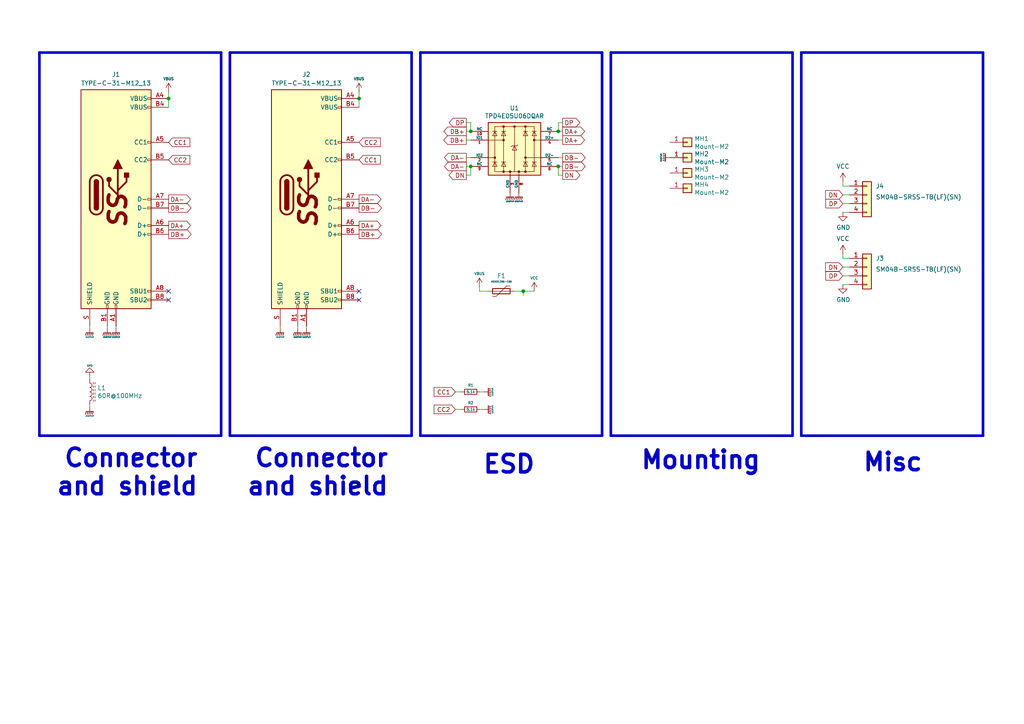
<source format=kicad_sch>
(kicad_sch (version 20231120) (generator "eeschema") (generator_version "8.0")
  (paper "A4")
  (lib_symbols
    (symbol "Connector_Generic:Conn_01x01" (pin_names (offset 1.016) hide)
      (property "Reference" "J" (at 0 2.54 0))
      (property "Value" "Conn_01x01" (at 0 -2.54 0))
      (symbol "Conn_01x01_1_1"
        (rectangle (start -1.27 0.127) (end 0 -0.127) (stroke (width 0.1524)))
        (rectangle (start -1.27 1.27) (end 1.27 -1.27) (stroke (width 0.254)) (fill (type background)))
        (pin passive line (at -5.08 0 0) (length 3.81) (name "Pin_1") (number "1"))
      )
    )
    (symbol "Connector_Generic:Conn_01x04" (pin_names (offset 1.016) hide)
      (property "Reference" "J" (at 0 5.08 0))
      (property "Value" "Conn_01x04" (at 0 -7.62 0))
      (symbol "Conn_01x04_1_1"
        (rectangle (start -1.27 -4.953) (end 0 -5.207) (stroke (width 0.1524)))
        (rectangle (start -1.27 -2.413) (end 0 -2.667) (stroke (width 0.1524)))
        (rectangle (start -1.27 0.127) (end 0 -0.127) (stroke (width 0.1524)))
        (rectangle (start -1.27 2.667) (end 0 2.413) (stroke (width 0.1524)))
        (rectangle (start -1.27 3.81) (end 1.27 -6.35) (stroke (width 0.254)) (fill (type background)))
        (pin passive line (at -5.08 2.54 0) (length 3.81) (name "Pin_1") (number "1"))
        (pin passive line (at -5.08 0 0) (length 3.81) (name "Pin_2") (number "2"))
        (pin passive line (at -5.08 -2.54 0) (length 3.81) (name "Pin_3") (number "3"))
        (pin passive line (at -5.08 -5.08 0) (length 3.81) (name "Pin_4") (number "4"))
      )
    )
    (symbol "Device:Polyfuse" (pin_numbers hide) (pin_names (offset 0))
      (property "Reference" "F" (at -2.54 0 90))
      (property "Value" "Polyfuse" (at 2.54 0 90))
      (symbol "Polyfuse_0_1"
        (rectangle (start -0.762 2.54) (end 0.762 -2.54) (stroke (width 0.254)))
        (polyline (pts (xy 0 2.54) (xy 0 -2.54)))
        (polyline (pts (xy -1.524 2.54) (xy -1.524 1.524) (xy 1.524 -1.524) (xy 1.524 -2.54)))
      )
      (symbol "Polyfuse_1_1"
        (pin passive line (at 0 3.81 270) (length 1.27) (name "~") (number "1"))
        (pin passive line (at 0 -3.81 90) (length 1.27) (name "~") (number "2"))
      )
    )
    (symbol "Device:R_Small" (pin_numbers hide) (pin_names (offset 0.254) hide)
      (property "Reference" "R" (at 0.762 0.508 0))
      (property "Value" "R_Small" (at 0.762 -1.016 0))
      (symbol "R_Small_0_1"
        (rectangle (start -0.762 1.778) (end 0.762 -1.778) (stroke (width 0.2032)))
      )
      (symbol "R_Small_1_1"
        (pin passive line (at 0 2.54 270) (length 0.762) (name "~") (number "1"))
        (pin passive line (at 0 -2.54 90) (length 0.762) (name "~") (number "2"))
      )
    )
    (symbol "Unified-Daughterboard-rescue:L_Core_Ferrite-Device" (pin_numbers hide) (pin_names (offset 1.016) hide)
      (property "Reference" "L" (at -1.27 0 90))
      (property "Value" "Device_L_Core_Ferrite" (at 2.794 0 90))
      (symbol "L_Core_Ferrite-Device_0_1"
        (arc (start 0 -2.54) (mid 0.6323 -1.905) (end 0 -1.27))
        (arc (start 0 -1.27) (mid 0.6323 -0.635) (end 0 0))
        (polyline (pts (xy 1.016 -2.794) (xy 1.016 -2.286)))
        (polyline (pts (xy 1.016 -1.778) (xy 1.016 -1.27)))
        (polyline (pts (xy 1.016 -0.762) (xy 1.016 -0.254)))
        (polyline (pts (xy 1.016 0.254) (xy 1.016 0.762)))
        (polyline (pts (xy 1.016 1.27) (xy 1.016 1.778)))
        (polyline (pts (xy 1.016 2.286) (xy 1.016 2.794)))
        (polyline (pts (xy 1.524 -2.286) (xy 1.524 -2.794)))
        (polyline (pts (xy 1.524 -1.27) (xy 1.524 -1.778)))
        (polyline (pts (xy 1.524 -0.254) (xy 1.524 -0.762)))
        (polyline (pts (xy 1.524 0.762) (xy 1.524 0.254)))
        (polyline (pts (xy 1.524 1.778) (xy 1.524 1.27)))
        (polyline (pts (xy 1.524 2.794) (xy 1.524 2.286)))
        (arc (start 0 0) (mid 0.6323 0.635) (end 0 1.27))
        (arc (start 0 1.27) (mid 0.6323 1.905) (end 0 2.54))
      )
      (symbol "L_Core_Ferrite-Device_1_1"
        (pin passive line (at 0 3.81 270) (length 1.27) (name "1") (number "1"))
        (pin passive line (at 0 -3.81 90) (length 1.27) (name "2") (number "2"))
      )
    )
    (symbol "Unified-Daughterboard-rescue:TPD4E05U06DQAR-acheronSymbols" (pin_names (offset 0))
      (property "Reference" "U" (at 0 12.7 0))
      (property "Value" "acheronSymbols_TPD4E05U06DQAR" (at 0 10.16 0))
      (symbol "TPD4E05U06DQAR-acheronSymbols_0_0"
        (rectangle (start -5.715 6.477) (end 5.715 -6.604))
        (polyline (pts (xy -3.175 -6.604) (xy -3.175 6.477)))
        (polyline (pts (xy 0 6.477) (xy 0 -6.604)))
        (polyline (pts (xy 3.175 6.477) (xy 3.175 -6.604)))
      )
      (symbol "TPD4E05U06DQAR-acheronSymbols_0_1"
        (rectangle (start -7.62 7.62) (end 7.62 -7.62) (stroke (width 0.254)) (fill (type background)))
        (circle (center -5.715 -2.54) (radius 0.2794) (fill (type outline)))
        (circle (center -3.175 -6.604) (radius 0.2794) (fill (type outline)))
        (circle (center -3.175 2.54) (radius 0.2794) (fill (type outline)))
        (circle (center -3.175 6.477) (radius 0.2794) (fill (type outline)))
        (circle (center -1.27 -6.604) (radius 0.2794) (fill (type outline)))
        (polyline (pts (xy -7.747 2.54) (xy -3.175 2.54)))
        (polyline (pts (xy -7.62 -2.54) (xy -5.715 -2.54)))
        (polyline (pts (xy -5.08 -3.81) (xy -6.35 -3.81)))
        (polyline (pts (xy -5.08 5.08) (xy -6.35 5.08)))
        (polyline (pts (xy -2.54 -3.81) (xy -3.81 -3.81)))
        (polyline (pts (xy -2.54 5.08) (xy -3.81 5.08)))
        (polyline (pts (xy -1.27 -6.604) (xy -1.27 -7.62)))
        (polyline (pts (xy -0.635 0.889) (xy -1.016 0.635)))
        (polyline (pts (xy 0.635 0.889) (xy -0.635 0.889)))
        (polyline (pts (xy 0.635 0.889) (xy 1.016 1.143)))
        (polyline (pts (xy 3.81 -3.81) (xy 2.54 -3.81)))
        (polyline (pts (xy 3.81 5.08) (xy 2.54 5.08)))
        (polyline (pts (xy 6.35 -3.81) (xy 5.08 -3.81)))
        (polyline (pts (xy 6.35 5.08) (xy 5.08 5.08)))
        (polyline (pts (xy 7.62 -2.54) (xy 3.175 -2.54)))
        (polyline (pts (xy 7.62 2.54) (xy 5.715 2.54)))
        (polyline (pts (xy -5.08 -5.08) (xy -6.35 -5.08) (xy -5.715 -3.81) (xy -5.08 -5.08)))
        (polyline (pts (xy -5.08 3.81) (xy -6.35 3.81) (xy -5.715 5.08) (xy -5.08 3.81)))
        (polyline (pts (xy -2.54 -5.08) (xy -3.81 -5.08) (xy -3.175 -3.81) (xy -2.54 -5.08)))
        (polyline (pts (xy -2.54 3.81) (xy -3.81 3.81) (xy -3.175 5.08) (xy -2.54 3.81)))
        (polyline (pts (xy 0.635 -0.381) (xy -0.635 -0.381) (xy 0 0.889) (xy 0.635 -0.381)))
        (polyline (pts (xy 3.81 -5.08) (xy 2.54 -5.08) (xy 3.175 -3.81) (xy 3.81 -5.08)))
        (polyline (pts (xy 3.81 3.81) (xy 2.54 3.81) (xy 3.175 5.08) (xy 3.81 3.81)))
        (polyline (pts (xy 6.35 -5.08) (xy 5.08 -5.08) (xy 5.715 -3.81) (xy 6.35 -5.08)))
        (polyline (pts (xy 6.35 3.81) (xy 5.08 3.81) (xy 5.715 5.08) (xy 6.35 3.81)))
        (circle (center 0 6.477) (radius 0.2794) (fill (type outline)))
        (circle (center 3.175 -6.604) (radius 0.2794) (fill (type outline)))
        (circle (center 3.175 -2.54) (radius 0.2794) (fill (type outline)))
        (circle (center 3.175 6.477) (radius 0.2794) (fill (type outline)))
        (circle (center 5.715 2.54) (radius 0.2794) (fill (type outline)))
      )
      (symbol "TPD4E05U06DQAR-acheronSymbols_1_1"
        (polyline (pts (xy 1.27 -6.604) (xy 1.27 -7.62)))
        (circle (center 1.27 -6.604) (radius 0.2794) (fill (type outline)))
        (pin bidirectional line (at -12.7 2.54 0) (length 5.08) (name "IO1") (number "1"))
        (pin bidirectional line (at -12.7 5.08 0) (length 5.08) (name "NC") (number "10"))
        (pin bidirectional line (at -12.7 -2.54 0) (length 5.08) (name "IO2") (number "2"))
        (pin power_in line (at -1.27 -12.7 90) (length 5.08) (name "GND") (number "3"))
        (pin bidirectional line (at 12.7 2.54 180) (length 5.08) (name "D2+") (number "4"))
        (pin bidirectional line (at 12.7 -2.54 180) (length 5.08) (name "D2-") (number "5"))
        (pin bidirectional line (at 12.7 -5.08 180) (length 5.08) (name "NC") (number "6"))
        (pin bidirectional line (at 12.7 5.08 180) (length 5.08) (name "NC") (number "7"))
        (pin power_in line (at 1.27 -12.7 90) (length 5.08) (name "GND") (number "8"))
        (pin bidirectional line (at -12.7 -5.08 0) (length 5.08) (name "NC") (number "9"))
      )
    )
    (symbol "Unified-Daughterboard-rescue:TYPE-C-31-M12_13-acheronSymbols" (pin_names (offset 1.016))
      (property "Reference" "J" (at -1.27 35.56 0))
      (property "Value" "acheronSymbols_TYPE-C-31-M12_13" (at 10.16 33.02 0))
      (symbol "TYPE-C-31-M12_13-acheronSymbols_0_0"
        (rectangle (start -0.254 -31.75) (end 0.254 -30.734))
        (rectangle (start 10.16 -28.956) (end 9.144 -29.464))
        (rectangle (start 10.16 -26.416) (end 9.144 -26.924))
        (rectangle (start 10.16 -9.906) (end 9.144 -10.414))
        (rectangle (start 10.16 -7.366) (end 9.144 -7.874))
        (rectangle (start 10.16 -2.286) (end 9.144 -2.794))
        (rectangle (start 10.16 0.254) (end 9.144 -0.254))
        (rectangle (start 10.16 11.684) (end 9.144 11.176))
        (rectangle (start 10.16 16.764) (end 9.144 16.256))
        (rectangle (start 10.16 29.464) (end 9.144 28.956))
        (text "SS" (at 0.508 -3.175 900) (effects (font (size 5.08 5.08) (bold yes) (italic yes))))
      )
      (symbol "TYPE-C-31-M12_13-acheronSymbols_0_1"
        (rectangle (start -10.16 31.75) (end 10.16 -31.75) (stroke (width 0.254)) (fill (type background)))
        (arc (start -7.62 -2.54) (mid -5.715 -4.4367) (end -3.81 -2.54) (stroke (width 0.508)))
        (arc (start -6.35 -2.54) (mid -5.715 -3.1723) (end -5.08 -2.54) (stroke (width 0.254)))
        (arc (start -6.35 -2.54) (mid -5.715 -3.1723) (end -5.08 -2.54) (stroke (width 0.254)) (fill (type outline)))
        (rectangle (start -6.35 -2.54) (end -5.08 5.08) (stroke (width 0.254)) (fill (type outline)))
        (arc (start -5.08 5.08) (mid -5.715 5.7123) (end -6.35 5.08) (stroke (width 0.254)))
        (arc (start -5.08 5.08) (mid -5.715 5.7123) (end -6.35 5.08) (stroke (width 0.254)) (fill (type outline)))
        (arc (start -3.81 5.08) (mid -5.715 6.9767) (end -7.62 5.08) (stroke (width 0.508)))
        (circle (center -2.032 5.715) (radius 0.635) (stroke (width 0.254)) (fill (type outline)))
        (polyline (pts (xy -7.62 -2.54) (xy -7.62 5.08)) (stroke (width 0.508)))
        (polyline (pts (xy -3.81 5.08) (xy -3.81 -2.54)) (stroke (width 0.508)))
        (polyline (pts (xy 0.508 0) (xy 0.508 8.89)) (stroke (width 0.508)))
        (polyline (pts (xy 0.508 1.27) (xy -2.032 3.81) (xy -2.032 5.08)) (stroke (width 0.508)))
        (polyline (pts (xy 0.508 2.54) (xy 3.048 5.08) (xy 3.048 6.35)) (stroke (width 0.508)))
        (polyline (pts (xy -0.762 8.89) (xy 0.508 11.43) (xy 1.778 8.89) (xy -0.762 8.89)) (stroke (width 0.254)) (fill (type outline)))
        (rectangle (start 2.413 6.35) (end 3.683 7.62) (stroke (width 0.254)) (fill (type outline)))
      )
      (symbol "TYPE-C-31-M12_13-acheronSymbols_1_1"
        (rectangle (start -2.794 -31.75) (end -2.286 -30.734))
        (rectangle (start 10.16 26.924) (end 9.144 26.416))
        (pin power_out line (at 0 -36.83 90) (length 5.08) (name "GND") (number "A1"))
        (pin power_out line (at 15.24 29.21 180) (length 5.08) (name "VBUS") (number "A4"))
        (pin bidirectional line (at 15.24 16.51 180) (length 5.08) (name "CC1") (number "A5"))
        (pin bidirectional line (at 15.24 -7.62 180) (length 5.08) (name "D+") (number "A6"))
        (pin bidirectional line (at 15.24 0 180) (length 5.08) (name "D-") (number "A7"))
        (pin bidirectional line (at 15.24 -26.67 180) (length 5.08) (name "SBU1") (number "A8"))
        (pin power_out line (at -2.54 -36.83 90) (length 5.08) (name "GND") (number "B1"))
        (pin power_out line (at 15.24 26.67 180) (length 5.08) (name "VBUS") (number "B4"))
        (pin bidirectional line (at 15.24 11.43 180) (length 5.08) (name "CC2") (number "B5"))
        (pin bidirectional line (at 15.24 -10.16 180) (length 5.08) (name "D+") (number "B6"))
        (pin bidirectional line (at 15.24 -2.54 180) (length 5.08) (name "D-") (number "B7"))
        (pin bidirectional line (at 15.24 -29.21 180) (length 5.08) (name "SBU2") (number "B8"))
        (pin passive line (at -7.62 -36.83 90) (length 5.08) (name "SHIELD") (number "S"))
      )
    )
    (symbol "power:GND" (power) (pin_names (offset 0))
      (property "Value" "GND" (at 0 -3.81 0))
      (symbol "GND_0_1"
        (polyline (pts (xy 0 0) (xy 0 -1.27) (xy 1.27 -1.27) (xy 0 -2.54) (xy -1.27 -1.27) (xy 0 -1.27)))
      )
      (symbol "GND_1_1"
        (pin power_in line (at 0 0 270) (length 0) hide (name "GND") (number "1"))
      )
    )
    (symbol "power:GNDPWR" (power) (pin_names (offset 0))
      (property "Value" "GNDPWR" (at 0 -3.302 0))
      (symbol "GNDPWR_0_1"
        (polyline (pts (xy 0 -1.27) (xy 0 0)))
        (polyline (pts (xy -1.016 -1.27) (xy -1.27 -2.032) (xy -1.27 -2.032)) (stroke (width 0.2032)))
        (polyline (pts (xy -0.508 -1.27) (xy -0.762 -2.032) (xy -0.762 -2.032)) (stroke (width 0.2032)))
        (polyline (pts (xy 0 -1.27) (xy -0.254 -2.032) (xy -0.254 -2.032)) (stroke (width 0.2032)))
        (polyline (pts (xy 0.508 -1.27) (xy 0.254 -2.032) (xy 0.254 -2.032)) (stroke (width 0.2032)))
        (polyline (pts (xy 1.016 -1.27) (xy -1.016 -1.27) (xy -1.016 -1.27)) (stroke (width 0.2032)))
        (polyline (pts (xy 1.016 -1.27) (xy 0.762 -2.032) (xy 0.762 -2.032) (xy 0.762 -2.032)) (stroke (width 0.2032)))
      )
      (symbol "GNDPWR_1_1"
        (pin power_in line (at 0 0 270) (length 0) hide (name "GNDPWR") (number "1"))
      )
    )
    (symbol "power:VBUS" (power) (pin_names (offset 0))
      (property "Value" "VBUS" (at 0 3.81 0))
      (symbol "VBUS_0_1"
        (polyline (pts (xy -0.762 1.27) (xy 0 2.54)))
        (polyline (pts (xy 0 0) (xy 0 2.54)))
        (polyline (pts (xy 0 2.54) (xy 0.762 1.27)))
      )
      (symbol "VBUS_1_1"
        (pin power_in line (at 0 0 90) (length 0) hide (name "VBUS") (number "1"))
      )
    )
    (symbol "power:VCC" (power) (pin_names (offset 0))
      (property "Value" "VCC" (at 0 3.81 0))
      (symbol "VCC_0_1"
        (polyline (pts (xy -0.762 1.27) (xy 0 2.54)))
        (polyline (pts (xy 0 0) (xy 0 2.54)))
        (polyline (pts (xy 0 2.54) (xy 0.762 1.27)))
      )
      (symbol "VCC_1_1"
        (pin power_in line (at 0 0 90) (length 0) hide (name "VCC") (number "1"))
      )
    )
  )
  (junction (at 48.895 28.575))
  (junction (at 136.525 48.26))
  (junction (at 104.14 28.575))
  (junction (at 161.925 48.26))
  (junction (at 151.765 84.455))
  (junction (at 136.525 38.1))
  (junction (at 161.925 38.1))
  (no_connect (at 104.14 84.455))
  (no_connect (at 48.895 84.455))
  (no_connect (at 104.14 86.995))
  (no_connect (at 48.895 86.995))
  (polyline (pts (xy 11.43 15.24) (xy 64.135 15.24)) (stroke (width 0.762)))
  (wire (pts (xy 163.195 35.56) (xy 161.925 35.56)))
  (polyline (pts (xy 66.675 15.24) (xy 66.675 126.365)) (stroke (width 0.762)))
  (polyline (pts (xy 64.135 15.24) (xy 64.135 126.365)) (stroke (width 0.762)))
  (polyline (pts (xy 285.115 15.24) (xy 285.115 126.365)) (stroke (width 0.762)))
  (wire (pts (xy 244.475 80.01) (xy 246.38 80.01)))
  (wire (pts (xy 132.08 113.665) (xy 133.985 113.665)))
  (wire (pts (xy 139.065 113.665) (xy 140.335 113.665)))
  (wire (pts (xy 104.14 28.575) (xy 104.14 31.115)))
  (polyline (pts (xy 174.625 15.24) (xy 174.625 126.365)) (stroke (width 0.762)))
  (wire (pts (xy 246.38 56.515) (xy 244.475 56.515)))
  (wire (pts (xy 26.035 117.475) (xy 26.035 118.11)))
  (wire (pts (xy 136.525 35.56) (xy 136.525 38.1)))
  (wire (pts (xy 135.255 40.64) (xy 136.525 40.64)))
  (polyline (pts (xy 121.92 15.24) (xy 174.625 15.24)) (stroke (width 0.762)))
  (wire (pts (xy 244.475 52.705) (xy 244.475 53.975)))
  (wire (pts (xy 33.655 94.615) (xy 33.655 95.25)))
  (wire (pts (xy 88.9 94.615) (xy 88.9 95.25)))
  (wire (pts (xy 132.08 118.745) (xy 133.985 118.745)))
  (wire (pts (xy 149.225 84.455) (xy 151.765 84.455)))
  (polyline (pts (xy 229.87 15.24) (xy 229.87 126.365)) (stroke (width 0.762)))
  (wire (pts (xy 244.475 74.93) (xy 246.38 74.93)))
  (wire (pts (xy 161.925 35.56) (xy 161.925 38.1)))
  (polyline (pts (xy 174.625 126.365) (xy 121.92 126.365)) (stroke (width 0.762)))
  (wire (pts (xy 135.255 50.8) (xy 136.525 50.8)))
  (wire (pts (xy 244.475 61.595) (xy 246.38 61.595)))
  (wire (pts (xy 139.065 118.745) (xy 140.335 118.745)))
  (wire (pts (xy 161.925 48.26) (xy 161.925 50.8)))
  (wire (pts (xy 31.115 94.615) (xy 31.115 95.25)))
  (wire (pts (xy 244.475 73.66) (xy 244.475 74.93)))
  (wire (pts (xy 161.925 50.8) (xy 163.195 50.8)))
  (wire (pts (xy 104.14 26.67) (xy 104.14 28.575)))
  (wire (pts (xy 246.38 77.47) (xy 244.475 77.47)))
  (wire (pts (xy 26.035 109.22) (xy 26.035 109.855)))
  (wire (pts (xy 136.525 50.8) (xy 136.525 48.26)))
  (wire (pts (xy 48.895 26.67) (xy 48.895 28.575)))
  (polyline (pts (xy 11.43 15.24) (xy 11.43 126.365)) (stroke (width 0.762)))
  (polyline (pts (xy 177.165 15.24) (xy 229.87 15.24)) (stroke (width 0.762)))
  (wire (pts (xy 48.895 28.575) (xy 48.895 31.115)))
  (wire (pts (xy 161.925 45.72) (xy 163.195 45.72)))
  (polyline (pts (xy 121.92 15.24) (xy 121.92 126.365)) (stroke (width 0.762)))
  (wire (pts (xy 161.925 38.1) (xy 163.195 38.1)))
  (polyline (pts (xy 119.38 15.24) (xy 119.38 126.365)) (stroke (width 0.762)))
  (wire (pts (xy 139.065 83.185) (xy 139.065 84.455)))
  (polyline (pts (xy 177.165 15.24) (xy 177.165 126.365)) (stroke (width 0.762)))
  (wire (pts (xy 244.475 82.55) (xy 246.38 82.55)))
  (polyline (pts (xy 285.115 126.365) (xy 232.41 126.365)) (stroke (width 0.762)))
  (wire (pts (xy 151.765 84.455) (xy 151.765 85.725)))
  (polyline (pts (xy 232.41 15.24) (xy 285.115 15.24)) (stroke (width 0.762)))
  (wire (pts (xy 244.475 53.975) (xy 246.38 53.975)))
  (wire (pts (xy 161.925 48.26) (xy 163.195 48.26)))
  (wire (pts (xy 151.765 84.455) (xy 154.94 84.455)))
  (wire (pts (xy 139.065 84.455) (xy 141.605 84.455)))
  (wire (pts (xy 244.475 59.055) (xy 246.38 59.055)))
  (polyline (pts (xy 64.135 126.365) (xy 11.43 126.365)) (stroke (width 0.762)))
  (polyline (pts (xy 232.41 15.24) (xy 232.41 126.365)) (stroke (width 0.762)))
  (polyline (pts (xy 229.87 126.365) (xy 177.165 126.365)) (stroke (width 0.762)))
  (wire (pts (xy 86.36 94.615) (xy 86.36 95.25)))
  (wire (pts (xy 135.255 48.26) (xy 136.525 48.26)))
  (polyline (pts (xy 119.38 126.365) (xy 66.675 126.365)) (stroke (width 0.762)))
  (polyline (pts (xy 66.675 15.24) (xy 119.38 15.24)) (stroke (width 0.762)))
  (wire (pts (xy 26.035 94.615) (xy 26.035 95.25)))
  (wire (pts (xy 81.28 94.615) (xy 81.28 95.25)))
  (wire (pts (xy 135.255 45.72) (xy 136.525 45.72)))
  (wire (pts (xy 135.255 38.1) (xy 136.525 38.1)))
  (wire (pts (xy 161.925 40.64) (xy 163.195 40.64)))
  (wire (pts (xy 135.255 35.56) (xy 136.525 35.56)))
  (text "Connector\nand shield" (at 57.785 144.145 0) (effects (font (size 5.08 5.08) (thickness 1.016) (bold yes)) (justify right bottom)))
  (text "Mounting" (at 220.98 136.525 0) (effects (font (size 5.08 5.08) (thickness 1.016) (bold yes)) (justify right bottom)))
  (text "Connector\nand shield" (at 113.03 144.145 0) (effects (font (size 5.08 5.08) (thickness 1.016) (bold yes)) (justify right bottom)))
  (text "Misc" (at 267.97 137.16 0) (effects (font (size 5.08 5.08) (thickness 1.016) (bold yes)) (justify right bottom)))
  (text "ESD" (at 155.575 137.795 0) (effects (font (size 5.08 5.08) (thickness 1.016) (bold yes)) (justify right bottom)))
  (global_label "DA-" (shape output) (at 104.14 57.785 0) (property "Intersheetrefs" "${INTERSHEET_REFS}" (effects (hide yes))))
  (global_label "DA-" (shape output) (at 48.895 57.785 0) (property "Intersheetrefs" "${INTERSHEET_REFS}" (effects (hide yes))))
  (global_label "DA-" (shape output) (at 135.255 45.72 180) (property "Intersheetrefs" "${INTERSHEET_REFS}" (effects (hide yes))))
  (global_label "DN" (shape output) (at 135.255 50.8 180) (property "Intersheetrefs" "${INTERSHEET_REFS}" (effects (hide yes))))
  (global_label "DN" (shape output) (at 163.195 50.8 0) (property "Intersheetrefs" "${INTERSHEET_REFS}" (effects (hide yes))))
  (global_label "DP" (shape input) (at 244.475 59.055 180) (property "Intersheetrefs" "${INTERSHEET_REFS}" (effects (hide yes))))
  (global_label "DA+" (shape output) (at 48.895 65.405 0) (property "Intersheetrefs" "${INTERSHEET_REFS}" (effects (hide yes))))
  (global_label "DB-" (shape output) (at 104.14 60.325 0) (property "Intersheetrefs" "${INTERSHEET_REFS}" (effects (hide yes))))
  (global_label "CC1" (shape input) (at 48.895 41.275 0) (property "Intersheetrefs" "${INTERSHEET_REFS}" (effects (hide yes))))
  (global_label "DB+" (shape output) (at 135.255 40.64 180) (property "Intersheetrefs" "${INTERSHEET_REFS}" (effects (hide yes))))
  (global_label "DP" (shape output) (at 163.195 35.56 0) (property "Intersheetrefs" "${INTERSHEET_REFS}" (effects (hide yes))))
  (global_label "CC2" (shape input) (at 104.14 41.275 0) (property "Intersheetrefs" "${INTERSHEET_REFS}" (effects (hide yes))))
  (global_label "DP" (shape input) (at 244.475 80.01 180) (property "Intersheetrefs" "${INTERSHEET_REFS}" (effects (hide yes))))
  (global_label "DB+" (shape output) (at 135.255 38.1 180) (property "Intersheetrefs" "${INTERSHEET_REFS}" (effects (hide yes))))
  (global_label "DA+" (shape output) (at 104.14 65.405 0) (property "Intersheetrefs" "${INTERSHEET_REFS}" (effects (hide yes))))
  (global_label "DP" (shape output) (at 135.255 35.56 180) (property "Intersheetrefs" "${INTERSHEET_REFS}" (effects (hide yes))))
  (global_label "CC2" (shape input) (at 132.08 118.745 180) (property "Intersheetrefs" "${INTERSHEET_REFS}" (effects (hide yes))))
  (global_label "DA+" (shape output) (at 163.195 38.1 0) (property "Intersheetrefs" "${INTERSHEET_REFS}" (effects (hide yes))))
  (global_label "DB-" (shape output) (at 48.895 60.325 0) (property "Intersheetrefs" "${INTERSHEET_REFS}" (effects (hide yes))))
  (global_label "DB+" (shape output) (at 104.14 67.945 0) (property "Intersheetrefs" "${INTERSHEET_REFS}" (effects (hide yes))))
  (global_label "DB-" (shape output) (at 163.195 45.72 0) (property "Intersheetrefs" "${INTERSHEET_REFS}" (effects (hide yes))))
  (global_label "DB-" (shape output) (at 163.195 48.26 0) (property "Intersheetrefs" "${INTERSHEET_REFS}" (effects (hide yes))))
  (global_label "DA-" (shape output) (at 135.255 48.26 180) (property "Intersheetrefs" "${INTERSHEET_REFS}" (effects (hide yes))))
  (global_label "CC2" (shape input) (at 48.895 46.355 0) (property "Intersheetrefs" "${INTERSHEET_REFS}" (effects (hide yes))))
  (global_label "CC1" (shape input) (at 132.08 113.665 180) (property "Intersheetrefs" "${INTERSHEET_REFS}" (effects (hide yes))))
  (global_label "DB+" (shape output) (at 48.895 67.945 0) (property "Intersheetrefs" "${INTERSHEET_REFS}" (effects (hide yes))))
  (global_label "DA+" (shape output) (at 163.195 40.64 0) (property "Intersheetrefs" "${INTERSHEET_REFS}" (effects (hide yes))))
  (global_label "CC1" (shape input) (at 104.14 46.355 0) (property "Intersheetrefs" "${INTERSHEET_REFS}" (effects (hide yes))))
  (global_label "DN" (shape input) (at 244.475 56.515 180) (property "Intersheetrefs" "${INTERSHEET_REFS}" (effects (hide yes))))
  (global_label "DN" (shape input) (at 244.475 77.47 180) (property "Intersheetrefs" "${INTERSHEET_REFS}" (effects (hide yes))))
  (symbol (lib_id "power:GND") (at 244.475 61.595 0) (unit 1)
    (property "Reference" "#PWR026" (effects (hide yes)))
    (property "Value" "GND" (at 244.602 65.9892 0))
  )
  (symbol (lib_id "power:GNDPWR") (at 147.955 55.88 0) (unit 1)
    (property "Reference" "#PWR018" (effects (hide yes)))
    (property "Value" "GNDPWR" (at 147.955 58.42 0) (effects (font (size 0.381 0.381))))
  )
  (symbol (lib_id "Unified-Daughterboard-rescue:TYPE-C-31-M12_13-acheronSymbols") (at 88.9 57.785 0) (unit 1)
    (property "Reference" "J2" (at 88.9 21.59 0))
    (property "Value" "TYPE-C-31-M12_13" (at 88.9 24.13 0))
    (property "Footprint" "acheron_Connectors:TYPE-C-31-M-12" (effects (hide yes)))
    (property "Manufacturer" "Korean Hroparts" (effects (hide yes)))
    (property "Manufacturer Part No" "TYPE-C-31-M-12" (effects (hide yes)))
    (property "LCSC Part No" "C165948" (effects (hide yes)))
  )
  (symbol (lib_id "Connector_Generic:Conn_01x04") (at 251.46 77.47 0) (unit 1)
    (property "Reference" "J3" (at 254 74.93 0) (effects (justify left)))
    (property "Value" "SM04B-SRSS-TB(LF)(SN)" (at 254 78.105 0) (effects (justify left)))
    (property "Footprint" "random-keyboard-parts:JST-SR-4" (effects (hide yes)))
    (property "Manufacturer" "JST Sales America" (effects (hide yes)))
    (property "Manufacturer Part No" "SM04B-SRSS-TB(LF)(SN)" (effects (hide yes)))
    (property "LCSC Part No" "C160404" (effects (hide yes)))
  )
  (symbol (lib_id "power:GNDPWR") (at 140.335 113.665 90) (unit 1)
    (property "Reference" "#PWR07" (effects (hide yes)))
    (property "Value" "GNDPWR" (at 142.875 113.665 0) (effects (font (size 0.381 0.381))))
  )
  (symbol (lib_id "power:GNDPWR") (at 88.9 95.25 0) (unit 1)
    (property "Reference" "#PWR013" (effects (hide yes)))
    (property "Value" "GNDPWR" (at 88.9 97.79 0) (effects (font (size 0.381 0.381))))
  )
  (symbol (lib_id "power:VCC") (at 244.475 73.66 0) (unit 1)
    (property "Reference" "#PWR023" (effects (hide yes)))
    (property "Value" "VCC" (at 244.475 69.215 0))
  )
  (symbol (lib_id "Device:R_Small") (at 136.525 118.745 90) (unit 1)
    (property "Reference" "R2" (at 136.525 116.84 90) (effects (font (size 0.762 0.762))))
    (property "Value" "5.1k" (at 136.525 118.745 90) (effects (font (size 0.762 0.762))))
    (property "Footprint" "Resistors_SMD:R_0603" (effects (hide yes)))
    (property "Package" "R0603" (effects (hide yes)))
  )
  (symbol (lib_id "Unified-Daughterboard-rescue:TYPE-C-31-M12_13-acheronSymbols") (at 33.655 57.785 0) (unit 1)
    (property "Reference" "J1" (at 33.655 21.59 0))
    (property "Value" "TYPE-C-31-M12_13" (at 33.655 24.13 0))
    (property "Footprint" "acheron_Connectors:TYPE-C-31-M-12" (effects (hide yes)))
    (property "Manufacturer" "Korean Hroparts" (effects (hide yes)))
    (property "Manufacturer Part No" "TYPE-C-31-M-12" (effects (hide yes)))
    (property "LCSC Part No" "C165948" (effects (hide yes)))
  )
  (symbol (lib_id "power:VCC") (at 154.94 84.455 0) (unit 1)
    (property "Reference" "#PWR021" (effects (hide yes)))
    (property "Value" "VCC" (at 154.94 80.645 0) (effects (font (size 0.762 0.762))))
  )
  (symbol (lib_id "Connector_Generic:Conn_01x01") (at 199.39 50.165 0) (unit 1)
    (property "Reference" "MH3" (at 201.3966 49.0982 0) (effects (justify left)))
    (property "Value" "Mount-M2" (at 201.3966 51.4096 0) (effects (justify left)))
    (property "Footprint" "random-keyboard-parts:Generic-Mounthole" (effects (hide yes)))
  )
  (symbol (lib_id "power:GNDPWR") (at 31.115 95.25 0) (unit 1)
    (property "Reference" "#PWR04" (effects (hide yes)))
    (property "Value" "GNDPWR" (at 31.115 97.79 0) (effects (font (size 0.381 0.381))))
  )
  (symbol (lib_id "power:GND") (at 244.475 82.55 0) (unit 1)
    (property "Reference" "#PWR024" (effects (hide yes)))
    (property "Value" "GND" (at 244.602 86.9442 0))
  )
  (symbol (lib_id "Device:Polyfuse") (at 145.415 84.455 90) (unit 1)
    (property "Reference" "F1" (at 145.415 80.01 90))
    (property "Value" "ASMD1206-150" (at 145.415 81.6864 90) (effects (font (size 0.508 0.508))))
    (property "Footprint" "Fuse:Fuse_1206_3216Metric" (effects (hide yes)))
    (property "Manufacturer" "Shenzhen JDT Fuse" (effects (hide yes)))
    (property "Manufacturer Part No" "ASMD1206-150" (effects (hide yes)))
    (property "LCSC Part No" "C135342" (effects (hide yes)))
    (property "Package" "F1206" (effects (hide yes)))
  )
  (symbol (lib_id "power:GNDPWR") (at 150.495 55.88 0) (unit 1)
    (property "Reference" "#PWR019" (effects (hide yes)))
    (property "Value" "GNDPWR" (at 150.495 58.42 0) (effects (font (size 0.381 0.381))))
  )
  (symbol (lib_id "power:GND") (at 26.035 109.22 180) (unit 1)
    (property "Reference" "#PWR02" (effects (hide yes)))
    (property "Value" "GND" (at 26.035 106.045 0) (effects (font (size 0.508 0.508))))
  )
  (symbol (lib_id "power:VCC") (at 244.475 52.705 0) (unit 1)
    (property "Reference" "#PWR025" (effects (hide yes)))
    (property "Value" "VCC" (at 244.475 48.26 0))
  )
  (symbol (lib_id "power:GNDPWR") (at 194.31 45.72 270) (unit 1)
    (property "Reference" "#PWR022" (effects (hide yes)))
    (property "Value" "GNDPWR" (at 191.77 45.72 0) (effects (font (size 0.381 0.381))))
  )
  (symbol (lib_id "Unified-Daughterboard-rescue:TPD4E05U06DQAR-acheronSymbols") (at 149.225 43.18 0) (unit 1)
    (property "Reference" "U1" (at 149.225 31.3436 0))
    (property "Value" "TPD4E05U06DQAR" (at 149.225 33.655 0))
    (property "Footprint" "acheron_Components:USON-10_2.5x1.0mm_P0.5mm" (effects (hide yes)))
    (property "Manufacturer" "Texas Instruments" (effects (hide yes)))
    (property "Manufacturer Part No" "TPD4E05U06DQAR" (effects (hide yes)))
    (property "LCSC Part No" "C138714" (effects (hide yes)))
    (property "Package" "uSON-10" (effects (hide yes)))
  )
  (symbol (lib_id "Unified-Daughterboard-rescue:L_Core_Ferrite-Device") (at 26.035 113.665 0) (unit 1)
    (property "Reference" "L1" (at 28.2702 112.522 0) (effects (justify left)))
    (property "Value" "60R@100MHz" (at 28.2702 114.808 0) (effects (justify left)))
    (property "Footprint" "Inductor_SMD:L_1206_3216Metric" (effects (hide yes)))
    (property "Manufacturer" "MELED Industrial" (effects (hide yes)))
    (property "Manufacturer Part No" "MLB3216-600P4A(f)" (effects (hide yes)))
    (property "LCSC Part No" "C33600" (effects (hide yes)))
    (property "Package" "L1206" (effects (hide yes)))
  )
  (symbol (lib_id "power:GNDPWR") (at 81.28 95.25 0) (unit 1)
    (property "Reference" "#PWR09" (effects (hide yes)))
    (property "Value" "GNDPWR" (at 81.28 97.79 0) (effects (font (size 0.381 0.381))))
  )
  (symbol (lib_id "Connector_Generic:Conn_01x01") (at 199.39 45.72 0) (unit 1)
    (property "Reference" "MH2" (at 201.3966 44.6532 0) (effects (justify left)))
    (property "Value" "Mount-M2" (at 201.3966 46.9646 0) (effects (justify left)))
    (property "Footprint" "random-keyboard-parts:Generic-Mounthole" (effects (hide yes)))
  )
  (symbol (lib_id "power:GNDPWR") (at 86.36 95.25 0) (unit 1)
    (property "Reference" "#PWR012" (effects (hide yes)))
    (property "Value" "GNDPWR" (at 86.36 97.79 0) (effects (font (size 0.381 0.381))))
  )
  (symbol (lib_id "Device:R_Small") (at 136.525 113.665 90) (unit 1)
    (property "Reference" "R1" (at 136.525 111.76 90) (effects (font (size 0.762 0.762))))
    (property "Value" "5.1k" (at 136.525 113.665 90) (effects (font (size 0.762 0.762))))
    (property "Footprint" "Resistors_SMD:R_0603" (effects (hide yes)))
    (property "Package" "R0603" (effects (hide yes)))
  )
  (symbol (lib_id "Connector_Generic:Conn_01x01") (at 199.39 41.275 0) (unit 1)
    (property "Reference" "MH1" (at 201.3966 40.2082 0) (effects (justify left)))
    (property "Value" "Mount-M2" (at 201.3966 42.5196 0) (effects (justify left)))
    (property "Footprint" "random-keyboard-parts:Generic-Mounthole" (effects (hide yes)))
  )
  (symbol (lib_id "power:GNDPWR") (at 26.035 118.11 0) (unit 1)
    (property "Reference" "#PWR03" (effects (hide yes)))
    (property "Value" "GNDPWR" (at 26.035 120.65 0) (effects (font (size 0.381 0.381))))
  )
  (symbol (lib_id "Connector_Generic:Conn_01x01") (at 199.39 54.61 0) (unit 1)
    (property "Reference" "MH4" (at 201.3966 53.5432 0) (effects (justify left)))
    (property "Value" "Mount-M2" (at 201.3966 55.8546 0) (effects (justify left)))
    (property "Footprint" "random-keyboard-parts:Generic-Mounthole" (effects (hide yes)))
  )
  (symbol (lib_id "power:VBUS") (at 104.14 26.67 0) (unit 1)
    (property "Reference" "#PWR014" (effects (hide yes)))
    (property "Value" "VBUS" (at 104.14 22.86 0) (effects (font (size 0.762 0.762))))
  )
  (symbol (lib_id "Connector_Generic:Conn_01x04") (at 251.46 56.515 0) (unit 1)
    (property "Reference" "J4" (at 254 53.975 0) (effects (justify left)))
    (property "Value" "SM04B-SRSS-TB(LF)(SN)" (at 254 57.15 0) (effects (justify left)))
    (property "Footprint" "random-keyboard-parts:JST-SR-4" (effects (hide yes)))
    (property "Manufacturer" "JST Sales America" (effects (hide yes)))
    (property "Manufacturer Part No" "SM04B-SRSS-TB(LF)(SN)" (effects (hide yes)))
    (property "LCSC Part No" "C160404" (effects (hide yes)))
  )
  (symbol (lib_id "power:VBUS") (at 48.895 26.67 0) (unit 1)
    (property "Reference" "#PWR06" (effects (hide yes)))
    (property "Value" "VBUS" (at 48.895 22.86 0) (effects (font (size 0.762 0.762))))
  )
  (symbol (lib_id "power:GNDPWR") (at 26.035 95.25 0) (unit 1)
    (property "Reference" "#PWR01" (effects (hide yes)))
    (property "Value" "GNDPWR" (at 26.035 97.79 0) (effects (font (size 0.381 0.381))))
  )
  (symbol (lib_id "power:GNDPWR") (at 33.655 95.25 0) (unit 1)
    (property "Reference" "#PWR05" (effects (hide yes)))
    (property "Value" "GNDPWR" (at 33.655 97.79 0) (effects (font (size 0.381 0.381))))
  )
  (symbol (lib_id "power:VBUS") (at 139.065 83.185 0) (unit 1)
    (property "Reference" "#PWR017" (effects (hide yes)))
    (property "Value" "VBUS" (at 139.065 79.375 0) (effects (font (size 0.762 0.762))))
  )
  (symbol (lib_id "power:GNDPWR") (at 140.335 118.745 90) (unit 1)
    (property "Reference" "#PWR08" (effects (hide yes)))
    (property "Value" "GNDPWR" (at 142.875 118.745 0) (effects (font (size 0.381 0.381))))
  )
)
</source>
